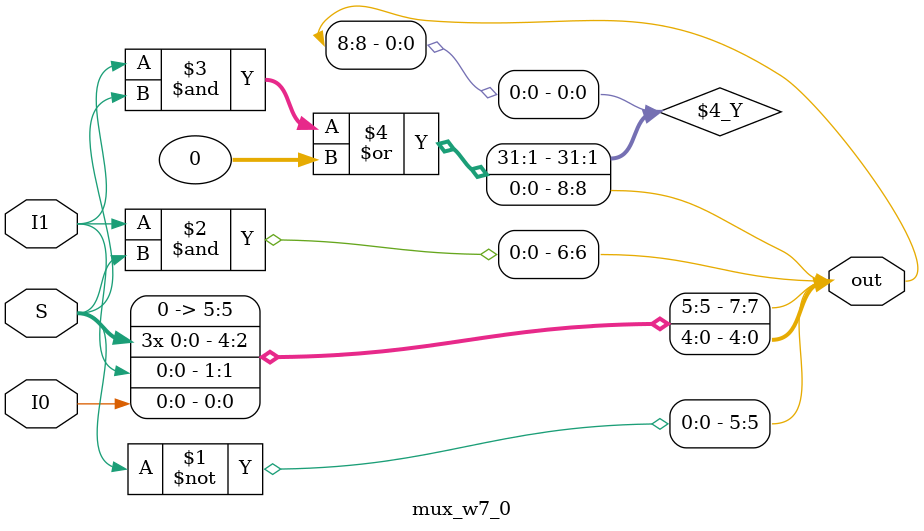
<source format=v>
module mux_w7_0(S,I0,I1,out);
	input S, I0, I1;
	output [8:0] out;
	assign out[0] = I0;
	assign out[1] = I1;
	assign out[2] = S;
	assign out[3] = S;
	assign out[4] = S;
	assign out[5] = ~S;
	assign out[6] = I1 & S;
	assign out[7] = 0;
	assign out[8] = (I1 & S) | (0);
endmodule

</source>
